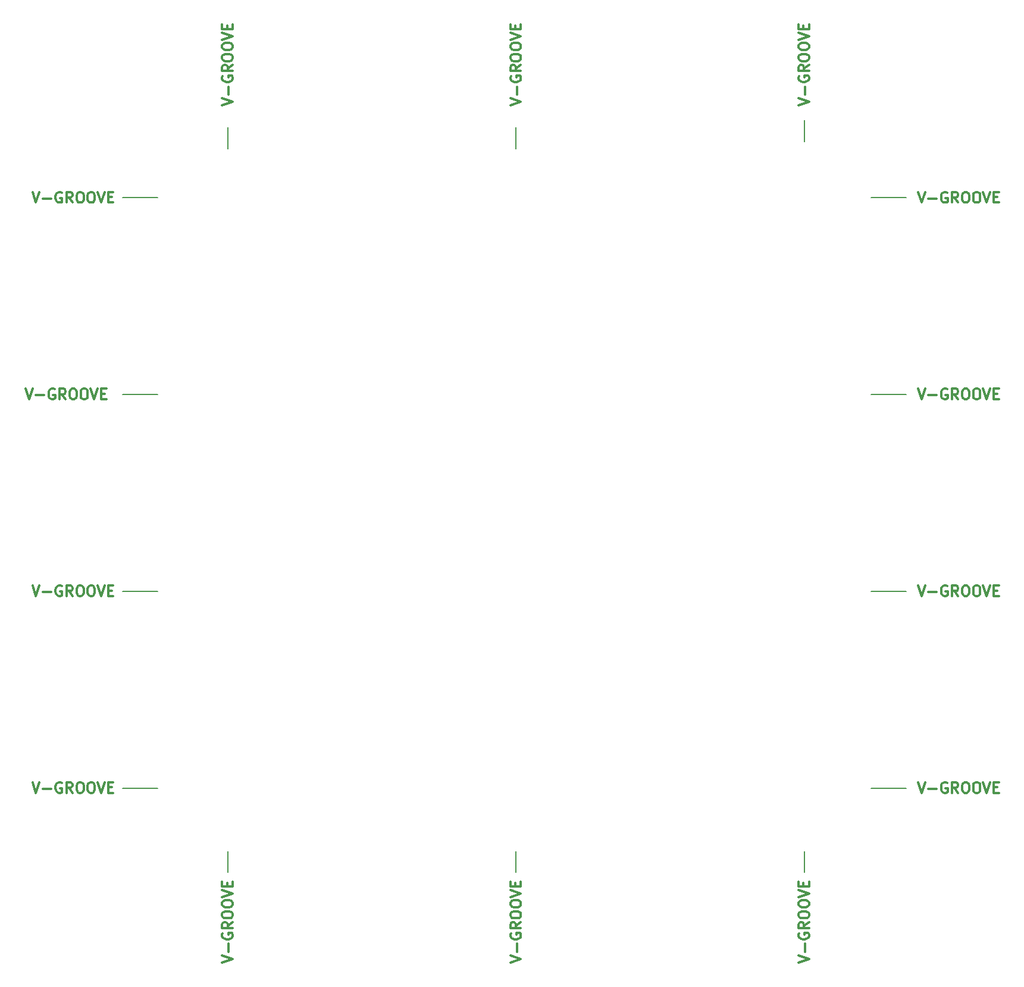
<source format=gbr>
G04 #@! TF.GenerationSoftware,KiCad,Pcbnew,5.0.0*
G04 #@! TF.CreationDate,2018-12-15T19:02:40-05:00*
G04 #@! TF.ProjectId,BT_12V_SmartSwitch-panelized,42545F3132565F536D61727453776974,rev?*
G04 #@! TF.SameCoordinates,Original*
G04 #@! TF.FileFunction,Other,Fab,Bot*
%FSLAX46Y46*%
G04 Gerber Fmt 4.6, Leading zero omitted, Abs format (unit mm)*
G04 Created by KiCad (PCBNEW 5.0.0) date Sat Dec 15 19:02:40 2018*
%MOMM*%
%LPD*%
G01*
G04 APERTURE LIST*
%ADD10C,0.150000*%
%ADD11C,0.300000*%
G04 APERTURE END LIST*
D10*
X195000000Y-38000000D02*
X190000000Y-38000000D01*
X195000000Y-66000000D02*
X190000000Y-66000000D01*
X195000000Y-94000000D02*
X190000000Y-94000000D01*
X195000000Y-122000000D02*
X190000000Y-122000000D01*
X88500000Y-122000000D02*
X83500000Y-122000000D01*
X88500000Y-94000000D02*
X83500000Y-94000000D01*
X88500000Y-66000000D02*
X83500000Y-66000000D01*
X88500000Y-38000000D02*
X83500000Y-38000000D01*
X98500000Y-31000000D02*
X98500000Y-28000000D01*
X139500000Y-31000000D02*
X139500000Y-28000000D01*
X180500000Y-30000000D02*
X180500000Y-27000000D01*
X180500000Y-134000000D02*
X180500000Y-131000000D01*
X98500000Y-134000000D02*
X98500000Y-131000000D01*
X139500000Y-134000000D02*
X139500000Y-131000000D01*
D11*
X179678571Y-146821428D02*
X181178571Y-146321428D01*
X179678571Y-145821428D01*
X180607142Y-145321428D02*
X180607142Y-144178571D01*
X179750000Y-142678571D02*
X179678571Y-142821428D01*
X179678571Y-143035714D01*
X179750000Y-143250000D01*
X179892857Y-143392857D01*
X180035714Y-143464285D01*
X180321428Y-143535714D01*
X180535714Y-143535714D01*
X180821428Y-143464285D01*
X180964285Y-143392857D01*
X181107142Y-143250000D01*
X181178571Y-143035714D01*
X181178571Y-142892857D01*
X181107142Y-142678571D01*
X181035714Y-142607142D01*
X180535714Y-142607142D01*
X180535714Y-142892857D01*
X181178571Y-141107142D02*
X180464285Y-141607142D01*
X181178571Y-141964285D02*
X179678571Y-141964285D01*
X179678571Y-141392857D01*
X179750000Y-141250000D01*
X179821428Y-141178571D01*
X179964285Y-141107142D01*
X180178571Y-141107142D01*
X180321428Y-141178571D01*
X180392857Y-141250000D01*
X180464285Y-141392857D01*
X180464285Y-141964285D01*
X179678571Y-140178571D02*
X179678571Y-139892857D01*
X179750000Y-139750000D01*
X179892857Y-139607142D01*
X180178571Y-139535714D01*
X180678571Y-139535714D01*
X180964285Y-139607142D01*
X181107142Y-139750000D01*
X181178571Y-139892857D01*
X181178571Y-140178571D01*
X181107142Y-140321428D01*
X180964285Y-140464285D01*
X180678571Y-140535714D01*
X180178571Y-140535714D01*
X179892857Y-140464285D01*
X179750000Y-140321428D01*
X179678571Y-140178571D01*
X179678571Y-138607142D02*
X179678571Y-138321428D01*
X179750000Y-138178571D01*
X179892857Y-138035714D01*
X180178571Y-137964285D01*
X180678571Y-137964285D01*
X180964285Y-138035714D01*
X181107142Y-138178571D01*
X181178571Y-138321428D01*
X181178571Y-138607142D01*
X181107142Y-138750000D01*
X180964285Y-138892857D01*
X180678571Y-138964285D01*
X180178571Y-138964285D01*
X179892857Y-138892857D01*
X179750000Y-138750000D01*
X179678571Y-138607142D01*
X179678571Y-137535714D02*
X181178571Y-137035714D01*
X179678571Y-136535714D01*
X180392857Y-136035714D02*
X180392857Y-135535714D01*
X181178571Y-135321428D02*
X181178571Y-136035714D01*
X179678571Y-136035714D01*
X179678571Y-135321428D01*
X138678571Y-146821428D02*
X140178571Y-146321428D01*
X138678571Y-145821428D01*
X139607142Y-145321428D02*
X139607142Y-144178571D01*
X138750000Y-142678571D02*
X138678571Y-142821428D01*
X138678571Y-143035714D01*
X138750000Y-143250000D01*
X138892857Y-143392857D01*
X139035714Y-143464285D01*
X139321428Y-143535714D01*
X139535714Y-143535714D01*
X139821428Y-143464285D01*
X139964285Y-143392857D01*
X140107142Y-143250000D01*
X140178571Y-143035714D01*
X140178571Y-142892857D01*
X140107142Y-142678571D01*
X140035714Y-142607142D01*
X139535714Y-142607142D01*
X139535714Y-142892857D01*
X140178571Y-141107142D02*
X139464285Y-141607142D01*
X140178571Y-141964285D02*
X138678571Y-141964285D01*
X138678571Y-141392857D01*
X138750000Y-141250000D01*
X138821428Y-141178571D01*
X138964285Y-141107142D01*
X139178571Y-141107142D01*
X139321428Y-141178571D01*
X139392857Y-141250000D01*
X139464285Y-141392857D01*
X139464285Y-141964285D01*
X138678571Y-140178571D02*
X138678571Y-139892857D01*
X138750000Y-139750000D01*
X138892857Y-139607142D01*
X139178571Y-139535714D01*
X139678571Y-139535714D01*
X139964285Y-139607142D01*
X140107142Y-139750000D01*
X140178571Y-139892857D01*
X140178571Y-140178571D01*
X140107142Y-140321428D01*
X139964285Y-140464285D01*
X139678571Y-140535714D01*
X139178571Y-140535714D01*
X138892857Y-140464285D01*
X138750000Y-140321428D01*
X138678571Y-140178571D01*
X138678571Y-138607142D02*
X138678571Y-138321428D01*
X138750000Y-138178571D01*
X138892857Y-138035714D01*
X139178571Y-137964285D01*
X139678571Y-137964285D01*
X139964285Y-138035714D01*
X140107142Y-138178571D01*
X140178571Y-138321428D01*
X140178571Y-138607142D01*
X140107142Y-138750000D01*
X139964285Y-138892857D01*
X139678571Y-138964285D01*
X139178571Y-138964285D01*
X138892857Y-138892857D01*
X138750000Y-138750000D01*
X138678571Y-138607142D01*
X138678571Y-137535714D02*
X140178571Y-137035714D01*
X138678571Y-136535714D01*
X139392857Y-136035714D02*
X139392857Y-135535714D01*
X140178571Y-135321428D02*
X140178571Y-136035714D01*
X138678571Y-136035714D01*
X138678571Y-135321428D01*
X97678571Y-146821428D02*
X99178571Y-146321428D01*
X97678571Y-145821428D01*
X98607142Y-145321428D02*
X98607142Y-144178571D01*
X97750000Y-142678571D02*
X97678571Y-142821428D01*
X97678571Y-143035714D01*
X97750000Y-143250000D01*
X97892857Y-143392857D01*
X98035714Y-143464285D01*
X98321428Y-143535714D01*
X98535714Y-143535714D01*
X98821428Y-143464285D01*
X98964285Y-143392857D01*
X99107142Y-143250000D01*
X99178571Y-143035714D01*
X99178571Y-142892857D01*
X99107142Y-142678571D01*
X99035714Y-142607142D01*
X98535714Y-142607142D01*
X98535714Y-142892857D01*
X99178571Y-141107142D02*
X98464285Y-141607142D01*
X99178571Y-141964285D02*
X97678571Y-141964285D01*
X97678571Y-141392857D01*
X97750000Y-141250000D01*
X97821428Y-141178571D01*
X97964285Y-141107142D01*
X98178571Y-141107142D01*
X98321428Y-141178571D01*
X98392857Y-141250000D01*
X98464285Y-141392857D01*
X98464285Y-141964285D01*
X97678571Y-140178571D02*
X97678571Y-139892857D01*
X97750000Y-139750000D01*
X97892857Y-139607142D01*
X98178571Y-139535714D01*
X98678571Y-139535714D01*
X98964285Y-139607142D01*
X99107142Y-139750000D01*
X99178571Y-139892857D01*
X99178571Y-140178571D01*
X99107142Y-140321428D01*
X98964285Y-140464285D01*
X98678571Y-140535714D01*
X98178571Y-140535714D01*
X97892857Y-140464285D01*
X97750000Y-140321428D01*
X97678571Y-140178571D01*
X97678571Y-138607142D02*
X97678571Y-138321428D01*
X97750000Y-138178571D01*
X97892857Y-138035714D01*
X98178571Y-137964285D01*
X98678571Y-137964285D01*
X98964285Y-138035714D01*
X99107142Y-138178571D01*
X99178571Y-138321428D01*
X99178571Y-138607142D01*
X99107142Y-138750000D01*
X98964285Y-138892857D01*
X98678571Y-138964285D01*
X98178571Y-138964285D01*
X97892857Y-138892857D01*
X97750000Y-138750000D01*
X97678571Y-138607142D01*
X97678571Y-137535714D02*
X99178571Y-137035714D01*
X97678571Y-136535714D01*
X98392857Y-136035714D02*
X98392857Y-135535714D01*
X99178571Y-135321428D02*
X99178571Y-136035714D01*
X97678571Y-136035714D01*
X97678571Y-135321428D01*
X97678571Y-24821428D02*
X99178571Y-24321428D01*
X97678571Y-23821428D01*
X98607142Y-23321428D02*
X98607142Y-22178571D01*
X97750000Y-20678571D02*
X97678571Y-20821428D01*
X97678571Y-21035714D01*
X97750000Y-21250000D01*
X97892857Y-21392857D01*
X98035714Y-21464285D01*
X98321428Y-21535714D01*
X98535714Y-21535714D01*
X98821428Y-21464285D01*
X98964285Y-21392857D01*
X99107142Y-21250000D01*
X99178571Y-21035714D01*
X99178571Y-20892857D01*
X99107142Y-20678571D01*
X99035714Y-20607142D01*
X98535714Y-20607142D01*
X98535714Y-20892857D01*
X99178571Y-19107142D02*
X98464285Y-19607142D01*
X99178571Y-19964285D02*
X97678571Y-19964285D01*
X97678571Y-19392857D01*
X97750000Y-19250000D01*
X97821428Y-19178571D01*
X97964285Y-19107142D01*
X98178571Y-19107142D01*
X98321428Y-19178571D01*
X98392857Y-19250000D01*
X98464285Y-19392857D01*
X98464285Y-19964285D01*
X97678571Y-18178571D02*
X97678571Y-17892857D01*
X97750000Y-17750000D01*
X97892857Y-17607142D01*
X98178571Y-17535714D01*
X98678571Y-17535714D01*
X98964285Y-17607142D01*
X99107142Y-17750000D01*
X99178571Y-17892857D01*
X99178571Y-18178571D01*
X99107142Y-18321428D01*
X98964285Y-18464285D01*
X98678571Y-18535714D01*
X98178571Y-18535714D01*
X97892857Y-18464285D01*
X97750000Y-18321428D01*
X97678571Y-18178571D01*
X97678571Y-16607142D02*
X97678571Y-16321428D01*
X97750000Y-16178571D01*
X97892857Y-16035714D01*
X98178571Y-15964285D01*
X98678571Y-15964285D01*
X98964285Y-16035714D01*
X99107142Y-16178571D01*
X99178571Y-16321428D01*
X99178571Y-16607142D01*
X99107142Y-16750000D01*
X98964285Y-16892857D01*
X98678571Y-16964285D01*
X98178571Y-16964285D01*
X97892857Y-16892857D01*
X97750000Y-16750000D01*
X97678571Y-16607142D01*
X97678571Y-15535714D02*
X99178571Y-15035714D01*
X97678571Y-14535714D01*
X98392857Y-14035714D02*
X98392857Y-13535714D01*
X99178571Y-13321428D02*
X99178571Y-14035714D01*
X97678571Y-14035714D01*
X97678571Y-13321428D01*
X138678571Y-24821428D02*
X140178571Y-24321428D01*
X138678571Y-23821428D01*
X139607142Y-23321428D02*
X139607142Y-22178571D01*
X138750000Y-20678571D02*
X138678571Y-20821428D01*
X138678571Y-21035714D01*
X138750000Y-21250000D01*
X138892857Y-21392857D01*
X139035714Y-21464285D01*
X139321428Y-21535714D01*
X139535714Y-21535714D01*
X139821428Y-21464285D01*
X139964285Y-21392857D01*
X140107142Y-21250000D01*
X140178571Y-21035714D01*
X140178571Y-20892857D01*
X140107142Y-20678571D01*
X140035714Y-20607142D01*
X139535714Y-20607142D01*
X139535714Y-20892857D01*
X140178571Y-19107142D02*
X139464285Y-19607142D01*
X140178571Y-19964285D02*
X138678571Y-19964285D01*
X138678571Y-19392857D01*
X138750000Y-19250000D01*
X138821428Y-19178571D01*
X138964285Y-19107142D01*
X139178571Y-19107142D01*
X139321428Y-19178571D01*
X139392857Y-19250000D01*
X139464285Y-19392857D01*
X139464285Y-19964285D01*
X138678571Y-18178571D02*
X138678571Y-17892857D01*
X138750000Y-17750000D01*
X138892857Y-17607142D01*
X139178571Y-17535714D01*
X139678571Y-17535714D01*
X139964285Y-17607142D01*
X140107142Y-17750000D01*
X140178571Y-17892857D01*
X140178571Y-18178571D01*
X140107142Y-18321428D01*
X139964285Y-18464285D01*
X139678571Y-18535714D01*
X139178571Y-18535714D01*
X138892857Y-18464285D01*
X138750000Y-18321428D01*
X138678571Y-18178571D01*
X138678571Y-16607142D02*
X138678571Y-16321428D01*
X138750000Y-16178571D01*
X138892857Y-16035714D01*
X139178571Y-15964285D01*
X139678571Y-15964285D01*
X139964285Y-16035714D01*
X140107142Y-16178571D01*
X140178571Y-16321428D01*
X140178571Y-16607142D01*
X140107142Y-16750000D01*
X139964285Y-16892857D01*
X139678571Y-16964285D01*
X139178571Y-16964285D01*
X138892857Y-16892857D01*
X138750000Y-16750000D01*
X138678571Y-16607142D01*
X138678571Y-15535714D02*
X140178571Y-15035714D01*
X138678571Y-14535714D01*
X139392857Y-14035714D02*
X139392857Y-13535714D01*
X140178571Y-13321428D02*
X140178571Y-14035714D01*
X138678571Y-14035714D01*
X138678571Y-13321428D01*
X179678571Y-24821428D02*
X181178571Y-24321428D01*
X179678571Y-23821428D01*
X180607142Y-23321428D02*
X180607142Y-22178571D01*
X179750000Y-20678571D02*
X179678571Y-20821428D01*
X179678571Y-21035714D01*
X179750000Y-21250000D01*
X179892857Y-21392857D01*
X180035714Y-21464285D01*
X180321428Y-21535714D01*
X180535714Y-21535714D01*
X180821428Y-21464285D01*
X180964285Y-21392857D01*
X181107142Y-21250000D01*
X181178571Y-21035714D01*
X181178571Y-20892857D01*
X181107142Y-20678571D01*
X181035714Y-20607142D01*
X180535714Y-20607142D01*
X180535714Y-20892857D01*
X181178571Y-19107142D02*
X180464285Y-19607142D01*
X181178571Y-19964285D02*
X179678571Y-19964285D01*
X179678571Y-19392857D01*
X179750000Y-19250000D01*
X179821428Y-19178571D01*
X179964285Y-19107142D01*
X180178571Y-19107142D01*
X180321428Y-19178571D01*
X180392857Y-19250000D01*
X180464285Y-19392857D01*
X180464285Y-19964285D01*
X179678571Y-18178571D02*
X179678571Y-17892857D01*
X179750000Y-17750000D01*
X179892857Y-17607142D01*
X180178571Y-17535714D01*
X180678571Y-17535714D01*
X180964285Y-17607142D01*
X181107142Y-17750000D01*
X181178571Y-17892857D01*
X181178571Y-18178571D01*
X181107142Y-18321428D01*
X180964285Y-18464285D01*
X180678571Y-18535714D01*
X180178571Y-18535714D01*
X179892857Y-18464285D01*
X179750000Y-18321428D01*
X179678571Y-18178571D01*
X179678571Y-16607142D02*
X179678571Y-16321428D01*
X179750000Y-16178571D01*
X179892857Y-16035714D01*
X180178571Y-15964285D01*
X180678571Y-15964285D01*
X180964285Y-16035714D01*
X181107142Y-16178571D01*
X181178571Y-16321428D01*
X181178571Y-16607142D01*
X181107142Y-16750000D01*
X180964285Y-16892857D01*
X180678571Y-16964285D01*
X180178571Y-16964285D01*
X179892857Y-16892857D01*
X179750000Y-16750000D01*
X179678571Y-16607142D01*
X179678571Y-15535714D02*
X181178571Y-15035714D01*
X179678571Y-14535714D01*
X180392857Y-14035714D02*
X180392857Y-13535714D01*
X181178571Y-13321428D02*
X181178571Y-14035714D01*
X179678571Y-14035714D01*
X179678571Y-13321428D01*
X196678571Y-37178571D02*
X197178571Y-38678571D01*
X197678571Y-37178571D01*
X198178571Y-38107142D02*
X199321428Y-38107142D01*
X200821428Y-37250000D02*
X200678571Y-37178571D01*
X200464285Y-37178571D01*
X200250000Y-37250000D01*
X200107142Y-37392857D01*
X200035714Y-37535714D01*
X199964285Y-37821428D01*
X199964285Y-38035714D01*
X200035714Y-38321428D01*
X200107142Y-38464285D01*
X200250000Y-38607142D01*
X200464285Y-38678571D01*
X200607142Y-38678571D01*
X200821428Y-38607142D01*
X200892857Y-38535714D01*
X200892857Y-38035714D01*
X200607142Y-38035714D01*
X202392857Y-38678571D02*
X201892857Y-37964285D01*
X201535714Y-38678571D02*
X201535714Y-37178571D01*
X202107142Y-37178571D01*
X202250000Y-37250000D01*
X202321428Y-37321428D01*
X202392857Y-37464285D01*
X202392857Y-37678571D01*
X202321428Y-37821428D01*
X202250000Y-37892857D01*
X202107142Y-37964285D01*
X201535714Y-37964285D01*
X203321428Y-37178571D02*
X203607142Y-37178571D01*
X203750000Y-37250000D01*
X203892857Y-37392857D01*
X203964285Y-37678571D01*
X203964285Y-38178571D01*
X203892857Y-38464285D01*
X203750000Y-38607142D01*
X203607142Y-38678571D01*
X203321428Y-38678571D01*
X203178571Y-38607142D01*
X203035714Y-38464285D01*
X202964285Y-38178571D01*
X202964285Y-37678571D01*
X203035714Y-37392857D01*
X203178571Y-37250000D01*
X203321428Y-37178571D01*
X204892857Y-37178571D02*
X205178571Y-37178571D01*
X205321428Y-37250000D01*
X205464285Y-37392857D01*
X205535714Y-37678571D01*
X205535714Y-38178571D01*
X205464285Y-38464285D01*
X205321428Y-38607142D01*
X205178571Y-38678571D01*
X204892857Y-38678571D01*
X204750000Y-38607142D01*
X204607142Y-38464285D01*
X204535714Y-38178571D01*
X204535714Y-37678571D01*
X204607142Y-37392857D01*
X204750000Y-37250000D01*
X204892857Y-37178571D01*
X205964285Y-37178571D02*
X206464285Y-38678571D01*
X206964285Y-37178571D01*
X207464285Y-37892857D02*
X207964285Y-37892857D01*
X208178571Y-38678571D02*
X207464285Y-38678571D01*
X207464285Y-37178571D01*
X208178571Y-37178571D01*
X196678571Y-65178571D02*
X197178571Y-66678571D01*
X197678571Y-65178571D01*
X198178571Y-66107142D02*
X199321428Y-66107142D01*
X200821428Y-65250000D02*
X200678571Y-65178571D01*
X200464285Y-65178571D01*
X200250000Y-65250000D01*
X200107142Y-65392857D01*
X200035714Y-65535714D01*
X199964285Y-65821428D01*
X199964285Y-66035714D01*
X200035714Y-66321428D01*
X200107142Y-66464285D01*
X200250000Y-66607142D01*
X200464285Y-66678571D01*
X200607142Y-66678571D01*
X200821428Y-66607142D01*
X200892857Y-66535714D01*
X200892857Y-66035714D01*
X200607142Y-66035714D01*
X202392857Y-66678571D02*
X201892857Y-65964285D01*
X201535714Y-66678571D02*
X201535714Y-65178571D01*
X202107142Y-65178571D01*
X202250000Y-65250000D01*
X202321428Y-65321428D01*
X202392857Y-65464285D01*
X202392857Y-65678571D01*
X202321428Y-65821428D01*
X202250000Y-65892857D01*
X202107142Y-65964285D01*
X201535714Y-65964285D01*
X203321428Y-65178571D02*
X203607142Y-65178571D01*
X203750000Y-65250000D01*
X203892857Y-65392857D01*
X203964285Y-65678571D01*
X203964285Y-66178571D01*
X203892857Y-66464285D01*
X203750000Y-66607142D01*
X203607142Y-66678571D01*
X203321428Y-66678571D01*
X203178571Y-66607142D01*
X203035714Y-66464285D01*
X202964285Y-66178571D01*
X202964285Y-65678571D01*
X203035714Y-65392857D01*
X203178571Y-65250000D01*
X203321428Y-65178571D01*
X204892857Y-65178571D02*
X205178571Y-65178571D01*
X205321428Y-65250000D01*
X205464285Y-65392857D01*
X205535714Y-65678571D01*
X205535714Y-66178571D01*
X205464285Y-66464285D01*
X205321428Y-66607142D01*
X205178571Y-66678571D01*
X204892857Y-66678571D01*
X204750000Y-66607142D01*
X204607142Y-66464285D01*
X204535714Y-66178571D01*
X204535714Y-65678571D01*
X204607142Y-65392857D01*
X204750000Y-65250000D01*
X204892857Y-65178571D01*
X205964285Y-65178571D02*
X206464285Y-66678571D01*
X206964285Y-65178571D01*
X207464285Y-65892857D02*
X207964285Y-65892857D01*
X208178571Y-66678571D02*
X207464285Y-66678571D01*
X207464285Y-65178571D01*
X208178571Y-65178571D01*
X196678571Y-93178571D02*
X197178571Y-94678571D01*
X197678571Y-93178571D01*
X198178571Y-94107142D02*
X199321428Y-94107142D01*
X200821428Y-93250000D02*
X200678571Y-93178571D01*
X200464285Y-93178571D01*
X200250000Y-93250000D01*
X200107142Y-93392857D01*
X200035714Y-93535714D01*
X199964285Y-93821428D01*
X199964285Y-94035714D01*
X200035714Y-94321428D01*
X200107142Y-94464285D01*
X200250000Y-94607142D01*
X200464285Y-94678571D01*
X200607142Y-94678571D01*
X200821428Y-94607142D01*
X200892857Y-94535714D01*
X200892857Y-94035714D01*
X200607142Y-94035714D01*
X202392857Y-94678571D02*
X201892857Y-93964285D01*
X201535714Y-94678571D02*
X201535714Y-93178571D01*
X202107142Y-93178571D01*
X202250000Y-93250000D01*
X202321428Y-93321428D01*
X202392857Y-93464285D01*
X202392857Y-93678571D01*
X202321428Y-93821428D01*
X202250000Y-93892857D01*
X202107142Y-93964285D01*
X201535714Y-93964285D01*
X203321428Y-93178571D02*
X203607142Y-93178571D01*
X203750000Y-93250000D01*
X203892857Y-93392857D01*
X203964285Y-93678571D01*
X203964285Y-94178571D01*
X203892857Y-94464285D01*
X203750000Y-94607142D01*
X203607142Y-94678571D01*
X203321428Y-94678571D01*
X203178571Y-94607142D01*
X203035714Y-94464285D01*
X202964285Y-94178571D01*
X202964285Y-93678571D01*
X203035714Y-93392857D01*
X203178571Y-93250000D01*
X203321428Y-93178571D01*
X204892857Y-93178571D02*
X205178571Y-93178571D01*
X205321428Y-93250000D01*
X205464285Y-93392857D01*
X205535714Y-93678571D01*
X205535714Y-94178571D01*
X205464285Y-94464285D01*
X205321428Y-94607142D01*
X205178571Y-94678571D01*
X204892857Y-94678571D01*
X204750000Y-94607142D01*
X204607142Y-94464285D01*
X204535714Y-94178571D01*
X204535714Y-93678571D01*
X204607142Y-93392857D01*
X204750000Y-93250000D01*
X204892857Y-93178571D01*
X205964285Y-93178571D02*
X206464285Y-94678571D01*
X206964285Y-93178571D01*
X207464285Y-93892857D02*
X207964285Y-93892857D01*
X208178571Y-94678571D02*
X207464285Y-94678571D01*
X207464285Y-93178571D01*
X208178571Y-93178571D01*
X196678571Y-121178571D02*
X197178571Y-122678571D01*
X197678571Y-121178571D01*
X198178571Y-122107142D02*
X199321428Y-122107142D01*
X200821428Y-121250000D02*
X200678571Y-121178571D01*
X200464285Y-121178571D01*
X200250000Y-121250000D01*
X200107142Y-121392857D01*
X200035714Y-121535714D01*
X199964285Y-121821428D01*
X199964285Y-122035714D01*
X200035714Y-122321428D01*
X200107142Y-122464285D01*
X200250000Y-122607142D01*
X200464285Y-122678571D01*
X200607142Y-122678571D01*
X200821428Y-122607142D01*
X200892857Y-122535714D01*
X200892857Y-122035714D01*
X200607142Y-122035714D01*
X202392857Y-122678571D02*
X201892857Y-121964285D01*
X201535714Y-122678571D02*
X201535714Y-121178571D01*
X202107142Y-121178571D01*
X202250000Y-121250000D01*
X202321428Y-121321428D01*
X202392857Y-121464285D01*
X202392857Y-121678571D01*
X202321428Y-121821428D01*
X202250000Y-121892857D01*
X202107142Y-121964285D01*
X201535714Y-121964285D01*
X203321428Y-121178571D02*
X203607142Y-121178571D01*
X203750000Y-121250000D01*
X203892857Y-121392857D01*
X203964285Y-121678571D01*
X203964285Y-122178571D01*
X203892857Y-122464285D01*
X203750000Y-122607142D01*
X203607142Y-122678571D01*
X203321428Y-122678571D01*
X203178571Y-122607142D01*
X203035714Y-122464285D01*
X202964285Y-122178571D01*
X202964285Y-121678571D01*
X203035714Y-121392857D01*
X203178571Y-121250000D01*
X203321428Y-121178571D01*
X204892857Y-121178571D02*
X205178571Y-121178571D01*
X205321428Y-121250000D01*
X205464285Y-121392857D01*
X205535714Y-121678571D01*
X205535714Y-122178571D01*
X205464285Y-122464285D01*
X205321428Y-122607142D01*
X205178571Y-122678571D01*
X204892857Y-122678571D01*
X204750000Y-122607142D01*
X204607142Y-122464285D01*
X204535714Y-122178571D01*
X204535714Y-121678571D01*
X204607142Y-121392857D01*
X204750000Y-121250000D01*
X204892857Y-121178571D01*
X205964285Y-121178571D02*
X206464285Y-122678571D01*
X206964285Y-121178571D01*
X207464285Y-121892857D02*
X207964285Y-121892857D01*
X208178571Y-122678571D02*
X207464285Y-122678571D01*
X207464285Y-121178571D01*
X208178571Y-121178571D01*
X70678571Y-121178571D02*
X71178571Y-122678571D01*
X71678571Y-121178571D01*
X72178571Y-122107142D02*
X73321428Y-122107142D01*
X74821428Y-121250000D02*
X74678571Y-121178571D01*
X74464285Y-121178571D01*
X74250000Y-121250000D01*
X74107142Y-121392857D01*
X74035714Y-121535714D01*
X73964285Y-121821428D01*
X73964285Y-122035714D01*
X74035714Y-122321428D01*
X74107142Y-122464285D01*
X74250000Y-122607142D01*
X74464285Y-122678571D01*
X74607142Y-122678571D01*
X74821428Y-122607142D01*
X74892857Y-122535714D01*
X74892857Y-122035714D01*
X74607142Y-122035714D01*
X76392857Y-122678571D02*
X75892857Y-121964285D01*
X75535714Y-122678571D02*
X75535714Y-121178571D01*
X76107142Y-121178571D01*
X76250000Y-121250000D01*
X76321428Y-121321428D01*
X76392857Y-121464285D01*
X76392857Y-121678571D01*
X76321428Y-121821428D01*
X76250000Y-121892857D01*
X76107142Y-121964285D01*
X75535714Y-121964285D01*
X77321428Y-121178571D02*
X77607142Y-121178571D01*
X77750000Y-121250000D01*
X77892857Y-121392857D01*
X77964285Y-121678571D01*
X77964285Y-122178571D01*
X77892857Y-122464285D01*
X77750000Y-122607142D01*
X77607142Y-122678571D01*
X77321428Y-122678571D01*
X77178571Y-122607142D01*
X77035714Y-122464285D01*
X76964285Y-122178571D01*
X76964285Y-121678571D01*
X77035714Y-121392857D01*
X77178571Y-121250000D01*
X77321428Y-121178571D01*
X78892857Y-121178571D02*
X79178571Y-121178571D01*
X79321428Y-121250000D01*
X79464285Y-121392857D01*
X79535714Y-121678571D01*
X79535714Y-122178571D01*
X79464285Y-122464285D01*
X79321428Y-122607142D01*
X79178571Y-122678571D01*
X78892857Y-122678571D01*
X78750000Y-122607142D01*
X78607142Y-122464285D01*
X78535714Y-122178571D01*
X78535714Y-121678571D01*
X78607142Y-121392857D01*
X78750000Y-121250000D01*
X78892857Y-121178571D01*
X79964285Y-121178571D02*
X80464285Y-122678571D01*
X80964285Y-121178571D01*
X81464285Y-121892857D02*
X81964285Y-121892857D01*
X82178571Y-122678571D02*
X81464285Y-122678571D01*
X81464285Y-121178571D01*
X82178571Y-121178571D01*
X70678571Y-93178571D02*
X71178571Y-94678571D01*
X71678571Y-93178571D01*
X72178571Y-94107142D02*
X73321428Y-94107142D01*
X74821428Y-93250000D02*
X74678571Y-93178571D01*
X74464285Y-93178571D01*
X74250000Y-93250000D01*
X74107142Y-93392857D01*
X74035714Y-93535714D01*
X73964285Y-93821428D01*
X73964285Y-94035714D01*
X74035714Y-94321428D01*
X74107142Y-94464285D01*
X74250000Y-94607142D01*
X74464285Y-94678571D01*
X74607142Y-94678571D01*
X74821428Y-94607142D01*
X74892857Y-94535714D01*
X74892857Y-94035714D01*
X74607142Y-94035714D01*
X76392857Y-94678571D02*
X75892857Y-93964285D01*
X75535714Y-94678571D02*
X75535714Y-93178571D01*
X76107142Y-93178571D01*
X76250000Y-93250000D01*
X76321428Y-93321428D01*
X76392857Y-93464285D01*
X76392857Y-93678571D01*
X76321428Y-93821428D01*
X76250000Y-93892857D01*
X76107142Y-93964285D01*
X75535714Y-93964285D01*
X77321428Y-93178571D02*
X77607142Y-93178571D01*
X77750000Y-93250000D01*
X77892857Y-93392857D01*
X77964285Y-93678571D01*
X77964285Y-94178571D01*
X77892857Y-94464285D01*
X77750000Y-94607142D01*
X77607142Y-94678571D01*
X77321428Y-94678571D01*
X77178571Y-94607142D01*
X77035714Y-94464285D01*
X76964285Y-94178571D01*
X76964285Y-93678571D01*
X77035714Y-93392857D01*
X77178571Y-93250000D01*
X77321428Y-93178571D01*
X78892857Y-93178571D02*
X79178571Y-93178571D01*
X79321428Y-93250000D01*
X79464285Y-93392857D01*
X79535714Y-93678571D01*
X79535714Y-94178571D01*
X79464285Y-94464285D01*
X79321428Y-94607142D01*
X79178571Y-94678571D01*
X78892857Y-94678571D01*
X78750000Y-94607142D01*
X78607142Y-94464285D01*
X78535714Y-94178571D01*
X78535714Y-93678571D01*
X78607142Y-93392857D01*
X78750000Y-93250000D01*
X78892857Y-93178571D01*
X79964285Y-93178571D02*
X80464285Y-94678571D01*
X80964285Y-93178571D01*
X81464285Y-93892857D02*
X81964285Y-93892857D01*
X82178571Y-94678571D02*
X81464285Y-94678571D01*
X81464285Y-93178571D01*
X82178571Y-93178571D01*
X70678571Y-37178571D02*
X71178571Y-38678571D01*
X71678571Y-37178571D01*
X72178571Y-38107142D02*
X73321428Y-38107142D01*
X74821428Y-37250000D02*
X74678571Y-37178571D01*
X74464285Y-37178571D01*
X74250000Y-37250000D01*
X74107142Y-37392857D01*
X74035714Y-37535714D01*
X73964285Y-37821428D01*
X73964285Y-38035714D01*
X74035714Y-38321428D01*
X74107142Y-38464285D01*
X74250000Y-38607142D01*
X74464285Y-38678571D01*
X74607142Y-38678571D01*
X74821428Y-38607142D01*
X74892857Y-38535714D01*
X74892857Y-38035714D01*
X74607142Y-38035714D01*
X76392857Y-38678571D02*
X75892857Y-37964285D01*
X75535714Y-38678571D02*
X75535714Y-37178571D01*
X76107142Y-37178571D01*
X76250000Y-37250000D01*
X76321428Y-37321428D01*
X76392857Y-37464285D01*
X76392857Y-37678571D01*
X76321428Y-37821428D01*
X76250000Y-37892857D01*
X76107142Y-37964285D01*
X75535714Y-37964285D01*
X77321428Y-37178571D02*
X77607142Y-37178571D01*
X77750000Y-37250000D01*
X77892857Y-37392857D01*
X77964285Y-37678571D01*
X77964285Y-38178571D01*
X77892857Y-38464285D01*
X77750000Y-38607142D01*
X77607142Y-38678571D01*
X77321428Y-38678571D01*
X77178571Y-38607142D01*
X77035714Y-38464285D01*
X76964285Y-38178571D01*
X76964285Y-37678571D01*
X77035714Y-37392857D01*
X77178571Y-37250000D01*
X77321428Y-37178571D01*
X78892857Y-37178571D02*
X79178571Y-37178571D01*
X79321428Y-37250000D01*
X79464285Y-37392857D01*
X79535714Y-37678571D01*
X79535714Y-38178571D01*
X79464285Y-38464285D01*
X79321428Y-38607142D01*
X79178571Y-38678571D01*
X78892857Y-38678571D01*
X78750000Y-38607142D01*
X78607142Y-38464285D01*
X78535714Y-38178571D01*
X78535714Y-37678571D01*
X78607142Y-37392857D01*
X78750000Y-37250000D01*
X78892857Y-37178571D01*
X79964285Y-37178571D02*
X80464285Y-38678571D01*
X80964285Y-37178571D01*
X81464285Y-37892857D02*
X81964285Y-37892857D01*
X82178571Y-38678571D02*
X81464285Y-38678571D01*
X81464285Y-37178571D01*
X82178571Y-37178571D01*
X69678571Y-65178571D02*
X70178571Y-66678571D01*
X70678571Y-65178571D01*
X71178571Y-66107142D02*
X72321428Y-66107142D01*
X73821428Y-65250000D02*
X73678571Y-65178571D01*
X73464285Y-65178571D01*
X73250000Y-65250000D01*
X73107142Y-65392857D01*
X73035714Y-65535714D01*
X72964285Y-65821428D01*
X72964285Y-66035714D01*
X73035714Y-66321428D01*
X73107142Y-66464285D01*
X73250000Y-66607142D01*
X73464285Y-66678571D01*
X73607142Y-66678571D01*
X73821428Y-66607142D01*
X73892857Y-66535714D01*
X73892857Y-66035714D01*
X73607142Y-66035714D01*
X75392857Y-66678571D02*
X74892857Y-65964285D01*
X74535714Y-66678571D02*
X74535714Y-65178571D01*
X75107142Y-65178571D01*
X75250000Y-65250000D01*
X75321428Y-65321428D01*
X75392857Y-65464285D01*
X75392857Y-65678571D01*
X75321428Y-65821428D01*
X75250000Y-65892857D01*
X75107142Y-65964285D01*
X74535714Y-65964285D01*
X76321428Y-65178571D02*
X76607142Y-65178571D01*
X76750000Y-65250000D01*
X76892857Y-65392857D01*
X76964285Y-65678571D01*
X76964285Y-66178571D01*
X76892857Y-66464285D01*
X76750000Y-66607142D01*
X76607142Y-66678571D01*
X76321428Y-66678571D01*
X76178571Y-66607142D01*
X76035714Y-66464285D01*
X75964285Y-66178571D01*
X75964285Y-65678571D01*
X76035714Y-65392857D01*
X76178571Y-65250000D01*
X76321428Y-65178571D01*
X77892857Y-65178571D02*
X78178571Y-65178571D01*
X78321428Y-65250000D01*
X78464285Y-65392857D01*
X78535714Y-65678571D01*
X78535714Y-66178571D01*
X78464285Y-66464285D01*
X78321428Y-66607142D01*
X78178571Y-66678571D01*
X77892857Y-66678571D01*
X77750000Y-66607142D01*
X77607142Y-66464285D01*
X77535714Y-66178571D01*
X77535714Y-65678571D01*
X77607142Y-65392857D01*
X77750000Y-65250000D01*
X77892857Y-65178571D01*
X78964285Y-65178571D02*
X79464285Y-66678571D01*
X79964285Y-65178571D01*
X80464285Y-65892857D02*
X80964285Y-65892857D01*
X81178571Y-66678571D02*
X80464285Y-66678571D01*
X80464285Y-65178571D01*
X81178571Y-65178571D01*
M02*

</source>
